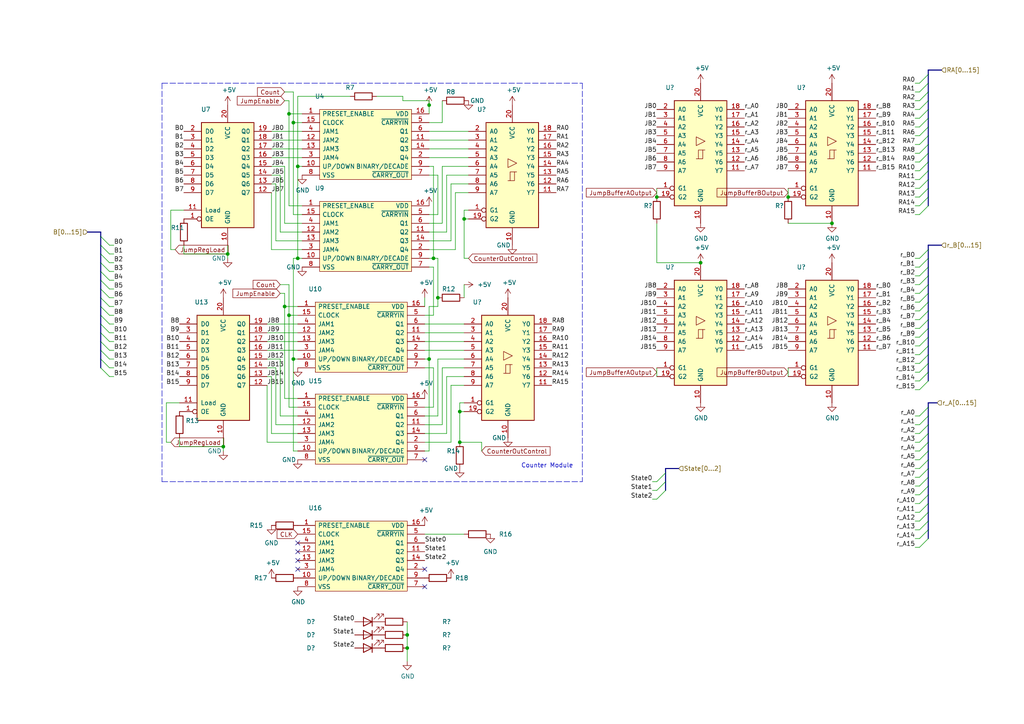
<source format=kicad_sch>
(kicad_sch (version 20211123) (generator eeschema)
  (paper "A4")
  (lib_symbols
    (symbol "74xx:74LS541" (pin_names (offset 1.016))
      (property "Reference" "U" (at -7.62 16.51 0))
      (property "Value" "74LS541" (at -7.62 -16.51 0))
      (symbol "74LS541_1_0"
        (polyline (pts (xy -0.635 -1.6002) (xy -0.635 0.9398) (xy 0.635 0.9398)))
        (polyline (pts (xy -1.27 -1.6002) (xy 0.635 -1.6002) (xy 0.635 0.9398) (xy 1.27 0.9398)))
        (polyline (pts (xy 1.27 3.4798) (xy -1.27 4.7498) (xy -1.27 2.2098) (xy 1.27 3.4798)) (stroke (width 0.1524)))
        (pin input inverted (at -12.7 -10.16 0) (length 5.08) (name "G1") (number "1"))
        (pin power_in line (at 0 -20.32 90) (length 5.08) (name "GND") (number "10"))
        (pin tri_state line (at 12.7 -5.08 180) (length 5.08) (name "Y7") (number "11"))
        (pin tri_state line (at 12.7 -2.54 180) (length 5.08) (name "Y6") (number "12"))
        (pin tri_state line (at 12.7 0 180) (length 5.08) (name "Y5") (number "13"))
        (pin tri_state line (at 12.7 2.54 180) (length 5.08) (name "Y4") (number "14"))
        (pin tri_state line (at 12.7 5.08 180) (length 5.08) (name "Y3") (number "15"))
        (pin tri_state line (at 12.7 7.62 180) (length 5.08) (name "Y2") (number "16"))
        (pin tri_state line (at 12.7 10.16 180) (length 5.08) (name "Y1") (number "17"))
        (pin tri_state line (at 12.7 12.7 180) (length 5.08) (name "Y0") (number "18"))
        (pin input inverted (at -12.7 -12.7 0) (length 5.08) (name "G2") (number "19"))
        (pin input line (at -12.7 12.7 0) (length 5.08) (name "A0") (number "2"))
        (pin power_in line (at 0 20.32 270) (length 5.08) (name "VCC") (number "20"))
        (pin input line (at -12.7 10.16 0) (length 5.08) (name "A1") (number "3"))
        (pin input line (at -12.7 7.62 0) (length 5.08) (name "A2") (number "4"))
        (pin input line (at -12.7 5.08 0) (length 5.08) (name "A3") (number "5"))
        (pin input line (at -12.7 2.54 0) (length 5.08) (name "A4") (number "6"))
        (pin input line (at -12.7 0 0) (length 5.08) (name "A5") (number "7"))
        (pin input line (at -12.7 -2.54 0) (length 5.08) (name "A6") (number "8"))
        (pin input line (at -12.7 -5.08 0) (length 5.08) (name "A7") (number "9"))
      )
      (symbol "74LS541_1_1"
        (rectangle (start -7.62 15.24) (end 7.62 -15.24) (stroke (width 0.254)) (fill (type background)))
      )
    )
    (symbol "Device:LED" (pin_numbers hide) (pin_names (offset 1.016) hide)
      (property "Reference" "D" (at 0 2.54 0))
      (property "Value" "LED" (at 0 -2.54 0))
      (symbol "LED_0_1"
        (polyline (pts (xy -1.27 -1.27) (xy -1.27 1.27)) (stroke (width 0.254)))
        (polyline (pts (xy -1.27 0) (xy 1.27 0)))
        (polyline (pts (xy 1.27 -1.27) (xy 1.27 1.27) (xy -1.27 0) (xy 1.27 -1.27)) (stroke (width 0.254)))
        (polyline (pts (xy -3.048 -0.762) (xy -4.572 -2.286) (xy -3.81 -2.286) (xy -4.572 -2.286) (xy -4.572 -1.524)))
        (polyline (pts (xy -1.778 -0.762) (xy -3.302 -2.286) (xy -2.54 -2.286) (xy -3.302 -2.286) (xy -3.302 -1.524)))
      )
      (symbol "LED_1_1"
        (pin passive line (at -3.81 0 0) (length 2.54) (name "K") (number "1"))
        (pin passive line (at 3.81 0 180) (length 2.54) (name "A") (number "2"))
      )
    )
    (symbol "Device:R" (pin_numbers hide) (pin_names (offset 0))
      (property "Reference" "R" (at 2.032 0 90))
      (property "Value" "R" (at 0 0 90))
      (symbol "R_0_1"
        (rectangle (start -1.016 -2.54) (end 1.016 2.54) (stroke (width 0.254)))
      )
      (symbol "R_1_1"
        (pin passive line (at 0 3.81 270) (length 1.27) (name "~") (number "1"))
        (pin passive line (at 0 -3.81 90) (length 1.27) (name "~") (number "2"))
      )
    )
    (symbol "MAX7000CPU-Gen2_5-rescue:+5V-power-MAX7000CPU-Gen2-rescue" (power) (pin_names (offset 0))
      (property "Value" "+5V-power-MAX7000CPU-Gen2-rescue" (at 0 3.556 0))
      (symbol "+5V-power-MAX7000CPU-Gen2-rescue_0_1"
        (polyline (pts (xy -0.762 1.27) (xy 0 2.54)))
        (polyline (pts (xy 0 0) (xy 0 2.54)))
        (polyline (pts (xy 0 2.54) (xy 0.762 1.27)))
      )
      (symbol "+5V-power-MAX7000CPU-Gen2-rescue_1_1"
        (pin power_in line (at 0 0 90) (length 0) hide (name "+5V") (number "1"))
      )
    )
    (symbol "MAX7000CPU-Gen2_5-rescue:74LS573-74xx-MAX7000CPU-Gen2-rescue" (pin_names (offset 1.016))
      (property "Reference" "U" (at -7.62 16.51 0))
      (property "Value" "74LS573-74xx-MAX7000CPU-Gen2-rescue" (at -7.62 -16.51 0))
      (symbol "74LS573-74xx-MAX7000CPU-Gen2-rescue_1_0"
        (pin input inverted (at -12.7 -12.7 0) (length 5.08) (name "OE") (number "1"))
        (pin power_in line (at 0 -20.32 90) (length 5.08) (name "GND") (number "10"))
        (pin input line (at -12.7 -10.16 0) (length 5.08) (name "Load") (number "11"))
        (pin tri_state line (at 12.7 -5.08 180) (length 5.08) (name "Q7") (number "12"))
        (pin tri_state line (at 12.7 -2.54 180) (length 5.08) (name "Q6") (number "13"))
        (pin tri_state line (at 12.7 0 180) (length 5.08) (name "Q5") (number "14"))
        (pin tri_state line (at 12.7 2.54 180) (length 5.08) (name "Q4") (number "15"))
        (pin tri_state line (at 12.7 5.08 180) (length 5.08) (name "Q3") (number "16"))
        (pin tri_state line (at 12.7 7.62 180) (length 5.08) (name "Q2") (number "17"))
        (pin tri_state line (at 12.7 10.16 180) (length 5.08) (name "Q1") (number "18"))
        (pin tri_state line (at 12.7 12.7 180) (length 5.08) (name "Q0") (number "19"))
        (pin input line (at -12.7 12.7 0) (length 5.08) (name "D0") (number "2"))
        (pin power_in line (at 0 20.32 270) (length 5.08) (name "VCC") (number "20"))
        (pin input line (at -12.7 10.16 0) (length 5.08) (name "D1") (number "3"))
        (pin input line (at -12.7 7.62 0) (length 5.08) (name "D2") (number "4"))
        (pin input line (at -12.7 5.08 0) (length 5.08) (name "D3") (number "5"))
        (pin input line (at -12.7 2.54 0) (length 5.08) (name "D4") (number "6"))
        (pin input line (at -12.7 0 0) (length 5.08) (name "D5") (number "7"))
        (pin input line (at -12.7 -2.54 0) (length 5.08) (name "D6") (number "8"))
        (pin input line (at -12.7 -5.08 0) (length 5.08) (name "D7") (number "9"))
      )
      (symbol "74LS573-74xx-MAX7000CPU-Gen2-rescue_1_1"
        (rectangle (start -7.62 15.24) (end 7.62 -15.24) (stroke (width 0.254)) (fill (type background)))
      )
    )
    (symbol "MAX7000CPU-Gen2_5-rescue:CD4029BEE4-CPU_ics" (pin_names (offset 0.762))
      (property "Reference" "U" (at 5.08 5.08 0))
      (property "Value" "CD4029BEE4-CPU_ics" (at 5.08 2.54 0))
      (symbol "CD4029BEE4-CPU_ics_0_0"
        (pin passive line (at 0 0 0) (length 5.08) (name "PRESET_ENABLE") (number "1"))
        (pin passive line (at 0 -15.24 0) (length 5.08) (name "UP/DOWN") (number "10"))
        (pin passive line (at 36.83 -7.62 180) (length 5.08) (name "Q2") (number "11"))
        (pin passive line (at 0 -7.62 0) (length 5.08) (name "JAM2") (number "12"))
        (pin passive line (at 0 -10.16 0) (length 5.08) (name "JAM3") (number "13"))
        (pin passive line (at 36.83 -10.16 180) (length 5.08) (name "Q3") (number "14"))
        (pin passive line (at 0 -2.54 0) (length 5.08) (name "CLOCK") (number "15"))
        (pin passive line (at 36.83 0 180) (length 5.08) (name "VDD") (number "16"))
        (pin passive line (at 36.83 -12.7 180) (length 5.08) (name "Q4") (number "2"))
        (pin passive line (at 0 -12.7 0) (length 5.08) (name "JAM4") (number "3"))
        (pin passive line (at 0 -5.08 0) (length 5.08) (name "JAM1") (number "4"))
        (pin passive line (at 36.83 -2.54 180) (length 5.08) (name "~{CARRYIN}") (number "5"))
        (pin passive line (at 36.83 -5.08 180) (length 5.08) (name "Q1") (number "6"))
        (pin passive line (at 36.83 -17.78 180) (length 5.08) (name "~{CARRY_OUT}") (number "7"))
        (pin passive line (at 0 -17.78 0) (length 5.08) (name "VSS") (number "8"))
        (pin passive line (at 36.83 -15.24 180) (length 5.08) (name "BINARY/DECADE") (number "9"))
      )
      (symbol "CD4029BEE4-CPU_ics_0_1"
        (rectangle (start 5.08 1.27) (end 31.75 -19.05) (fill (type background)))
      )
    )
    (symbol "MAX7000CPU-Gen2_5-rescue:GND-power-MAX7000CPU-Gen2-rescue" (power) (pin_names (offset 0))
      (property "Value" "GND-power-MAX7000CPU-Gen2-rescue" (at 0 -3.81 0))
      (symbol "GND-power-MAX7000CPU-Gen2-rescue_0_1"
        (polyline (pts (xy 0 0) (xy 0 -1.27) (xy 1.27 -1.27) (xy 0 -2.54) (xy -1.27 -1.27) (xy 0 -1.27)))
      )
      (symbol "GND-power-MAX7000CPU-Gen2-rescue_1_1"
        (pin power_in line (at 0 0 270) (length 0) hide (name "GND") (number "1"))
      )
    )
    (symbol "MAX7000CPU-Gen2_5-rescue:R-Device-MAX7000CPU-Gen2-rescue" (pin_numbers hide) (pin_names (offset 0))
      (property "Reference" "R" (at 2.032 0 90))
      (property "Value" "R-Device-MAX7000CPU-Gen2-rescue" (at 0 0 90))
      (symbol "R-Device-MAX7000CPU-Gen2-rescue_0_1"
        (rectangle (start -1.016 -2.54) (end 1.016 2.54) (stroke (width 0.254)))
      )
      (symbol "R-Device-MAX7000CPU-Gen2-rescue_1_1"
        (pin passive line (at 0 3.81 270) (length 1.27) (name "~") (number "1"))
        (pin passive line (at 0 -3.81 90) (length 1.27) (name "~") (number "2"))
      )
    )
    (symbol "power:+5V" (power) (pin_names (offset 0))
      (property "Value" "+5V" (at 0 3.556 0))
      (symbol "+5V_0_1"
        (polyline (pts (xy -0.762 1.27) (xy 0 2.54)))
        (polyline (pts (xy 0 0) (xy 0 2.54)))
        (polyline (pts (xy 0 2.54) (xy 0.762 1.27)))
      )
      (symbol "+5V_1_1"
        (pin power_in line (at 0 0 90) (length 0) hide (name "+5V") (number "1"))
      )
    )
    (symbol "power:GND" (power) (pin_names (offset 0))
      (property "Value" "GND" (at 0 -3.81 0))
      (symbol "GND_0_1"
        (polyline (pts (xy 0 0) (xy 0 -1.27) (xy 1.27 -1.27) (xy 0 -2.54) (xy -1.27 -1.27) (xy 0 -1.27)))
      )
      (symbol "GND_1_1"
        (pin power_in line (at 0 0 270) (length 0) hide (name "GND") (number "1"))
      )
    )
  )
  (junction (at 66.04 73.66))
  (junction (at 124.46 30.48))
  (junction (at 85.09 104.14))
  (junction (at 83.82 33.02))
  (junction (at 133.35 128.27))
  (junction (at 127 86.36))
  (junction (at 118.11 187.96))
  (junction (at 190.5 57.15))
  (junction (at 86.36 74.93))
  (junction (at 124.46 104.14))
  (junction (at 83.82 91.44))
  (junction (at 228.6 57.15))
  (junction (at 82.55 88.9))
  (junction (at 64.77 129.54))
  (junction (at 134.62 63.5))
  (junction (at 133.35 119.38))
  (junction (at 118.11 184.15))
  (junction (at 241.3 64.77))
  (junction (at 86.36 48.26))
  (junction (at 125.73 74.93))
  (junction (at 203.2 76.2))
  (junction (at 85.09 35.56))
  (no_connect (at 86.36 160.02))
  (no_connect (at 86.36 165.1))
  (no_connect (at 123.19 170.18))
  (no_connect (at 86.36 162.56))
  (no_connect (at 86.36 157.48))
  (no_connect (at 123.19 165.1))
  (no_connect (at 123.19 133.35))
  (bus_entry (at 29.21 71.12) (size 2.54 2.54))
  (bus_entry (at 269.24 82.55) (size -2.54 2.54))
  (bus_entry (at 269.24 31.75) (size -2.54 2.54))
  (bus_entry (at 269.24 21.59) (size -2.54 2.54))
  (bus_entry (at 269.24 44.45) (size -2.54 2.54))
  (bus_entry (at 29.21 91.44) (size 2.54 2.54))
  (bus_entry (at 269.24 156.21) (size -2.54 2.54))
  (bus_entry (at 269.24 107.95) (size -2.54 2.54))
  (bus_entry (at 269.24 29.21) (size -2.54 2.54))
  (bus_entry (at 269.24 39.37) (size -2.54 2.54))
  (bus_entry (at 29.21 81.28) (size 2.54 2.54))
  (bus_entry (at 269.24 26.67) (size -2.54 2.54))
  (bus_entry (at 29.21 88.9) (size 2.54 2.54))
  (bus_entry (at 193.04 139.7) (size -2.54 2.54))
  (bus_entry (at 29.21 86.36) (size 2.54 2.54))
  (bus_entry (at 269.24 77.47) (size -2.54 2.54))
  (bus_entry (at 269.24 24.13) (size -2.54 2.54))
  (bus_entry (at 269.24 125.73) (size -2.54 2.54))
  (bus_entry (at 269.24 95.25) (size -2.54 2.54))
  (bus_entry (at 269.24 151.13) (size -2.54 2.54))
  (bus_entry (at 269.24 80.01) (size -2.54 2.54))
  (bus_entry (at 269.24 90.17) (size -2.54 2.54))
  (bus_entry (at 269.24 85.09) (size -2.54 2.54))
  (bus_entry (at 269.24 146.05) (size -2.54 2.54))
  (bus_entry (at 269.24 57.15) (size -2.54 2.54))
  (bus_entry (at 269.24 143.51) (size -2.54 2.54))
  (bus_entry (at 269.24 135.89) (size -2.54 2.54))
  (bus_entry (at 269.24 49.53) (size -2.54 2.54))
  (bus_entry (at 269.24 59.69) (size -2.54 2.54))
  (bus_entry (at 269.24 153.67) (size -2.54 2.54))
  (bus_entry (at 269.24 128.27) (size -2.54 2.54))
  (bus_entry (at 269.24 54.61) (size -2.54 2.54))
  (bus_entry (at 269.24 118.11) (size -2.54 2.54))
  (bus_entry (at 269.24 102.87) (size -2.54 2.54))
  (bus_entry (at 29.21 73.66) (size 2.54 2.54))
  (bus_entry (at 269.24 123.19) (size -2.54 2.54))
  (bus_entry (at 269.24 97.79) (size -2.54 2.54))
  (bus_entry (at 269.24 130.81) (size -2.54 2.54))
  (bus_entry (at 269.24 87.63) (size -2.54 2.54))
  (bus_entry (at 269.24 41.91) (size -2.54 2.54))
  (bus_entry (at 269.24 120.65) (size -2.54 2.54))
  (bus_entry (at 269.24 92.71) (size -2.54 2.54))
  (bus_entry (at 29.21 96.52) (size 2.54 2.54))
  (bus_entry (at 269.24 72.39) (size -2.54 2.54))
  (bus_entry (at 269.24 100.33) (size -2.54 2.54))
  (bus_entry (at 269.24 148.59) (size -2.54 2.54))
  (bus_entry (at 269.24 46.99) (size -2.54 2.54))
  (bus_entry (at 193.04 137.16) (size -2.54 2.54))
  (bus_entry (at 269.24 36.83) (size -2.54 2.54))
  (bus_entry (at 269.24 74.93) (size -2.54 2.54))
  (bus_entry (at 269.24 138.43) (size -2.54 2.54))
  (bus_entry (at 29.21 76.2) (size 2.54 2.54))
  (bus_entry (at 269.24 52.07) (size -2.54 2.54))
  (bus_entry (at 269.24 133.35) (size -2.54 2.54))
  (bus_entry (at 269.24 105.41) (size -2.54 2.54))
  (bus_entry (at 29.21 104.14) (size 2.54 2.54))
  (bus_entry (at 29.21 99.06) (size 2.54 2.54))
  (bus_entry (at 193.04 142.24) (size -2.54 2.54))
  (bus_entry (at 29.21 83.82) (size 2.54 2.54))
  (bus_entry (at 269.24 140.97) (size -2.54 2.54))
  (bus_entry (at 269.24 110.49) (size -2.54 2.54))
  (bus_entry (at 29.21 101.6) (size 2.54 2.54))
  (bus_entry (at 29.21 68.58) (size 2.54 2.54))
  (bus_entry (at 29.21 78.74) (size 2.54 2.54))
  (bus_entry (at 29.21 93.98) (size 2.54 2.54))
  (bus_entry (at 29.21 106.68) (size 2.54 2.54))
  (bus_entry (at 269.24 34.29) (size -2.54 2.54))
  (wire (pts (xy 123.19 99.06) (xy 134.62 99.06)))
  (bus (pts (xy 269.24 82.55) (xy 269.24 85.09)))
  (wire (pts (xy 266.7 52.07) (xy 265.43 52.07)))
  (wire (pts (xy 48.26 116.84) (xy 52.07 116.84)))
  (bus (pts (xy 269.24 133.35) (xy 269.24 135.89)))
  (wire (pts (xy 124.46 50.8) (xy 127 50.8)))
  (wire (pts (xy 78.74 72.39) (xy 87.63 72.39)))
  (bus (pts (xy 29.21 93.98) (xy 29.21 96.52)))
  (bus (pts (xy 29.21 88.9) (xy 29.21 91.44)))
  (bus (pts (xy 29.21 101.6) (xy 29.21 104.14)))
  (wire (pts (xy 123.19 154.94) (xy 134.62 154.94)))
  (wire (pts (xy 31.75 71.12) (xy 33.02 71.12)))
  (bus (pts (xy 269.24 41.91) (xy 269.24 44.45)))
  (bus (pts (xy 269.24 105.41) (xy 269.24 107.95)))
  (wire (pts (xy 83.82 91.44) (xy 83.82 82.55)))
  (bus (pts (xy 269.24 31.75) (xy 269.24 34.29)))
  (wire (pts (xy 31.75 101.6) (xy 33.02 101.6)))
  (wire (pts (xy 266.7 90.17) (xy 265.43 90.17)))
  (wire (pts (xy 124.46 48.26) (xy 125.73 48.26)))
  (wire (pts (xy 134.62 74.93) (xy 135.89 74.93)))
  (bus (pts (xy 269.24 118.11) (xy 269.24 120.65)))
  (wire (pts (xy 130.81 111.76) (xy 134.62 111.76)))
  (wire (pts (xy 82.55 88.9) (xy 86.36 88.9)))
  (wire (pts (xy 266.7 100.33) (xy 265.43 100.33)))
  (wire (pts (xy 266.7 123.19) (xy 265.43 123.19)))
  (wire (pts (xy 129.54 109.22) (xy 134.62 109.22)))
  (wire (pts (xy 124.46 74.93) (xy 125.73 74.93)))
  (wire (pts (xy 123.19 88.9) (xy 123.19 86.36)))
  (wire (pts (xy 80.01 69.85) (xy 87.63 69.85)))
  (wire (pts (xy 49.53 60.96) (xy 49.53 72.39)))
  (wire (pts (xy 134.62 60.96) (xy 134.62 63.5)))
  (bus (pts (xy 269.24 72.39) (xy 269.24 74.93)))
  (bus (pts (xy 273.05 71.12) (xy 269.24 71.12)))
  (wire (pts (xy 77.47 128.27) (xy 77.47 111.76)))
  (wire (pts (xy 266.7 102.87) (xy 265.43 102.87)))
  (wire (pts (xy 123.19 130.81) (xy 124.46 130.81)))
  (wire (pts (xy 82.55 85.09) (xy 81.28 85.09)))
  (wire (pts (xy 118.11 180.34) (xy 118.11 184.15)))
  (wire (pts (xy 266.7 110.49) (xy 265.43 110.49)))
  (wire (pts (xy 266.7 26.67) (xy 265.43 26.67)))
  (bus (pts (xy 269.24 77.47) (xy 269.24 80.01)))
  (wire (pts (xy 123.19 125.73) (xy 129.54 125.73)))
  (wire (pts (xy 64.77 129.54) (xy 64.77 130.81)))
  (bus (pts (xy 29.21 78.74) (xy 29.21 81.28)))
  (wire (pts (xy 266.7 105.41) (xy 265.43 105.41)))
  (wire (pts (xy 124.46 67.31) (xy 129.54 67.31)))
  (wire (pts (xy 128.27 106.68) (xy 134.62 106.68)))
  (wire (pts (xy 85.09 74.93) (xy 85.09 104.14)))
  (wire (pts (xy 129.54 67.31) (xy 129.54 50.8)))
  (bus (pts (xy 269.24 107.95) (xy 269.24 110.49)))
  (wire (pts (xy 266.7 24.13) (xy 265.43 24.13)))
  (wire (pts (xy 266.7 59.69) (xy 265.43 59.69)))
  (bus (pts (xy 269.24 26.67) (xy 269.24 29.21)))
  (wire (pts (xy 78.74 45.72) (xy 87.63 45.72)))
  (wire (pts (xy 266.7 143.51) (xy 265.43 143.51)))
  (wire (pts (xy 124.46 38.1) (xy 135.89 38.1)))
  (bus (pts (xy 269.24 140.97) (xy 269.24 143.51)))
  (wire (pts (xy 266.7 120.65) (xy 265.43 120.65)))
  (wire (pts (xy 78.74 72.39) (xy 78.74 55.88)))
  (bus (pts (xy 269.24 153.67) (xy 269.24 156.21)))
  (wire (pts (xy 266.7 138.43) (xy 265.43 138.43)))
  (bus (pts (xy 269.24 130.81) (xy 269.24 133.35)))
  (wire (pts (xy 124.46 69.85) (xy 130.81 69.85)))
  (wire (pts (xy 228.6 54.61) (xy 228.6 57.15)))
  (wire (pts (xy 130.81 53.34) (xy 135.89 53.34)))
  (wire (pts (xy 123.19 104.14) (xy 124.46 104.14)))
  (bus (pts (xy 269.24 85.09) (xy 269.24 87.63)))
  (wire (pts (xy 31.75 76.2) (xy 33.02 76.2)))
  (bus (pts (xy 196.85 135.89) (xy 193.04 135.89)))
  (wire (pts (xy 266.7 146.05) (xy 265.43 146.05)))
  (wire (pts (xy 124.46 45.72) (xy 135.89 45.72)))
  (wire (pts (xy 116.84 27.94) (xy 116.84 29.21)))
  (wire (pts (xy 31.75 81.28) (xy 33.02 81.28)))
  (wire (pts (xy 31.75 88.9) (xy 33.02 88.9)))
  (wire (pts (xy 135.89 60.96) (xy 134.62 60.96)))
  (bus (pts (xy 269.24 39.37) (xy 269.24 41.91)))
  (wire (pts (xy 130.81 69.85) (xy 130.81 53.34)))
  (bus (pts (xy 29.21 96.52) (xy 29.21 99.06)))
  (wire (pts (xy 66.04 73.66) (xy 66.04 74.93)))
  (wire (pts (xy 77.47 93.98) (xy 86.36 93.98)))
  (wire (pts (xy 124.46 40.64) (xy 135.89 40.64)))
  (wire (pts (xy 86.36 48.26) (xy 86.36 74.93)))
  (wire (pts (xy 266.7 97.79) (xy 265.43 97.79)))
  (bus (pts (xy 29.21 76.2) (xy 29.21 78.74)))
  (wire (pts (xy 78.74 125.73) (xy 86.36 125.73)))
  (wire (pts (xy 266.7 128.27) (xy 265.43 128.27)))
  (bus (pts (xy 193.04 137.16) (xy 193.04 139.7)))
  (wire (pts (xy 78.74 109.22) (xy 78.74 125.73)))
  (bus (pts (xy 29.21 67.31) (xy 29.21 68.58)))
  (wire (pts (xy 78.74 48.26) (xy 82.55 48.26)))
  (wire (pts (xy 266.7 36.83) (xy 265.43 36.83)))
  (wire (pts (xy 31.75 83.82) (xy 33.02 83.82)))
  (wire (pts (xy 31.75 93.98) (xy 33.02 93.98)))
  (wire (pts (xy 124.46 43.18) (xy 135.89 43.18)))
  (wire (pts (xy 81.28 120.65) (xy 86.36 120.65)))
  (wire (pts (xy 86.36 130.81) (xy 85.09 130.81)))
  (wire (pts (xy 134.62 116.84) (xy 133.35 116.84)))
  (wire (pts (xy 190.5 139.7) (xy 189.23 139.7)))
  (bus (pts (xy 269.24 46.99) (xy 269.24 49.53)))
  (wire (pts (xy 82.55 48.26) (xy 82.55 64.77)))
  (wire (pts (xy 80.01 53.34) (xy 78.74 53.34)))
  (wire (pts (xy 266.7 125.73) (xy 265.43 125.73)))
  (wire (pts (xy 124.46 64.77) (xy 128.27 64.77)))
  (wire (pts (xy 116.84 29.21) (xy 124.46 29.21)))
  (wire (pts (xy 266.7 49.53) (xy 265.43 49.53)))
  (wire (pts (xy 190.5 76.2) (xy 203.2 76.2)))
  (wire (pts (xy 266.7 44.45) (xy 265.43 44.45)))
  (wire (pts (xy 228.6 106.68) (xy 228.6 109.22)))
  (bus (pts (xy 25.4 67.31) (xy 29.21 67.31)))
  (wire (pts (xy 129.54 50.8) (xy 135.89 50.8)))
  (wire (pts (xy 127 86.36) (xy 127 88.9)))
  (wire (pts (xy 124.46 77.47) (xy 125.73 77.47)))
  (wire (pts (xy 133.35 119.38) (xy 133.35 128.27)))
  (wire (pts (xy 134.62 63.5) (xy 134.62 74.93)))
  (bus (pts (xy 269.24 90.17) (xy 269.24 92.71)))
  (bus (pts (xy 29.21 91.44) (xy 29.21 93.98)))
  (wire (pts (xy 85.09 35.56) (xy 85.09 26.67)))
  (wire (pts (xy 266.7 41.91) (xy 265.43 41.91)))
  (wire (pts (xy 139.7 128.27) (xy 139.7 130.81)))
  (wire (pts (xy 266.7 34.29) (xy 265.43 34.29)))
  (bus (pts (xy 29.21 83.82) (xy 29.21 86.36)))
  (bus (pts (xy 269.24 24.13) (xy 269.24 26.67)))
  (wire (pts (xy 125.73 74.93) (xy 127 74.93)))
  (wire (pts (xy 190.5 144.78) (xy 189.23 144.78)))
  (wire (pts (xy 87.63 62.23) (xy 85.09 62.23)))
  (wire (pts (xy 266.7 148.59) (xy 265.43 148.59)))
  (wire (pts (xy 266.7 133.35) (xy 265.43 133.35)))
  (bus (pts (xy 269.24 20.32) (xy 269.24 21.59)))
  (wire (pts (xy 190.5 64.77) (xy 190.5 76.2)))
  (wire (pts (xy 77.47 101.6) (xy 86.36 101.6)))
  (wire (pts (xy 118.11 184.15) (xy 118.11 187.96)))
  (wire (pts (xy 266.7 85.09) (xy 265.43 85.09)))
  (bus (pts (xy 269.24 71.12) (xy 269.24 72.39)))
  (bus (pts (xy 269.24 44.45) (xy 269.24 46.99)))
  (wire (pts (xy 125.73 118.11) (xy 123.19 118.11)))
  (wire (pts (xy 78.74 43.18) (xy 87.63 43.18)))
  (wire (pts (xy 49.53 60.96) (xy 53.34 60.96)))
  (wire (pts (xy 123.19 93.98) (xy 134.62 93.98)))
  (wire (pts (xy 85.09 26.67) (xy 82.55 26.67)))
  (wire (pts (xy 125.73 106.68) (xy 125.73 118.11)))
  (wire (pts (xy 85.09 62.23) (xy 85.09 35.56)))
  (wire (pts (xy 125.73 77.47) (xy 125.73 91.44)))
  (wire (pts (xy 266.7 29.21) (xy 265.43 29.21)))
  (wire (pts (xy 81.28 50.8) (xy 78.74 50.8)))
  (wire (pts (xy 86.36 27.94) (xy 101.6 27.94)))
  (wire (pts (xy 81.28 67.31) (xy 87.63 67.31)))
  (bus (pts (xy 269.24 74.93) (xy 269.24 77.47)))
  (wire (pts (xy 266.7 158.75) (xy 265.43 158.75)))
  (wire (pts (xy 80.01 106.68) (xy 77.47 106.68)))
  (bus (pts (xy 269.24 125.73) (xy 269.24 128.27)))
  (wire (pts (xy 83.82 33.02) (xy 83.82 29.21)))
  (bus (pts (xy 273.05 20.32) (xy 269.24 20.32)))
  (bus (pts (xy 269.24 100.33) (xy 269.24 102.87)))
  (wire (pts (xy 86.36 118.11) (xy 83.82 118.11)))
  (wire (pts (xy 52.07 127) (xy 52.07 129.54)))
  (bus (pts (xy 269.24 138.43) (xy 269.24 140.97)))
  (wire (pts (xy 128.27 123.19) (xy 128.27 106.68)))
  (wire (pts (xy 266.7 130.81) (xy 265.43 130.81)))
  (bus (pts (xy 193.04 135.89) (xy 193.04 137.16)))
  (wire (pts (xy 266.7 140.97) (xy 265.43 140.97)))
  (bus (pts (xy 269.24 143.51) (xy 269.24 146.05)))
  (wire (pts (xy 266.7 31.75) (xy 265.43 31.75)))
  (wire (pts (xy 77.47 104.14) (xy 81.28 104.14)))
  (wire (pts (xy 123.19 120.65) (xy 127 120.65)))
  (wire (pts (xy 77.47 96.52) (xy 86.36 96.52)))
  (wire (pts (xy 133.35 116.84) (xy 133.35 119.38)))
  (bus (pts (xy 269.24 120.65) (xy 269.24 123.19)))
  (wire (pts (xy 228.6 64.77) (xy 241.3 64.77)))
  (wire (pts (xy 266.7 57.15) (xy 265.43 57.15)))
  (wire (pts (xy 31.75 73.66) (xy 33.02 73.66)))
  (wire (pts (xy 31.75 86.36) (xy 33.02 86.36)))
  (bus (pts (xy 29.21 99.06) (xy 29.21 101.6)))
  (wire (pts (xy 124.46 104.14) (xy 124.46 88.9)))
  (wire (pts (xy 31.75 78.74) (xy 33.02 78.74)))
  (bus (pts (xy 269.24 49.53) (xy 269.24 52.07)))
  (bus (pts (xy 269.24 92.71) (xy 269.24 95.25)))
  (wire (pts (xy 83.82 29.21) (xy 82.55 29.21)))
  (wire (pts (xy 127 104.14) (xy 134.62 104.14)))
  (wire (pts (xy 80.01 53.34) (xy 80.01 69.85)))
  (wire (pts (xy 128.27 64.77) (xy 128.27 48.26)))
  (wire (pts (xy 66.04 71.12) (xy 66.04 73.66)))
  (bus (pts (xy 29.21 73.66) (xy 29.21 76.2)))
  (wire (pts (xy 83.82 59.69) (xy 83.82 33.02)))
  (wire (pts (xy 85.09 104.14) (xy 85.09 130.81)))
  (wire (pts (xy 77.47 128.27) (xy 86.36 128.27)))
  (wire (pts (xy 127 50.8) (xy 127 62.23)))
  (wire (pts (xy 86.36 27.94) (xy 86.36 48.26)))
  (wire (pts (xy 83.82 91.44) (xy 86.36 91.44)))
  (wire (pts (xy 124.46 29.21) (xy 124.46 30.48)))
  (wire (pts (xy 78.74 109.22) (xy 77.47 109.22)))
  (wire (pts (xy 83.82 82.55) (xy 81.28 82.55)))
  (wire (pts (xy 81.28 104.14) (xy 81.28 120.65)))
  (bus (pts (xy 29.21 81.28) (xy 29.21 83.82)))
  (wire (pts (xy 87.63 59.69) (xy 83.82 59.69)))
  (wire (pts (xy 78.74 40.64) (xy 87.63 40.64)))
  (bus (pts (xy 269.24 102.87) (xy 269.24 105.41)))
  (bus (pts (xy 269.24 116.84) (xy 271.78 116.84)))
  (bus (pts (xy 269.24 21.59) (xy 269.24 24.13)))
  (wire (pts (xy 133.35 128.27) (xy 139.7 128.27)))
  (wire (pts (xy 78.74 38.1) (xy 87.63 38.1)))
  (bus (pts (xy 269.24 97.79) (xy 269.24 100.33)))
  (bus (pts (xy 269.24 34.29) (xy 269.24 36.83)))
  (wire (pts (xy 266.7 62.23) (xy 265.43 62.23)))
  (wire (pts (xy 123.19 96.52) (xy 134.62 96.52)))
  (wire (pts (xy 190.5 106.68) (xy 190.5 109.22)))
  (wire (pts (xy 80.01 123.19) (xy 86.36 123.19)))
  (wire (pts (xy 123.19 123.19) (xy 128.27 123.19)))
  (bus (pts (xy 269.24 87.63) (xy 269.24 90.17)))
  (wire (pts (xy 31.75 96.52) (xy 33.02 96.52)))
  (polyline (pts (xy 46.99 24.13) (xy 46.99 139.7)))
  (wire (pts (xy 266.7 54.61) (xy 265.43 54.61)))
  (wire (pts (xy 130.81 128.27) (xy 130.81 111.76)))
  (wire (pts (xy 123.19 106.68) (xy 125.73 106.68)))
  (wire (pts (xy 128.27 29.21) (xy 128.27 35.56)))
  (wire (pts (xy 266.7 87.63) (xy 265.43 87.63)))
  (wire (pts (xy 118.11 187.96) (xy 118.11 191.77)))
  (wire (pts (xy 80.01 106.68) (xy 80.01 123.19)))
  (wire (pts (xy 266.7 74.93) (xy 265.43 74.93)))
  (wire (pts (xy 77.47 99.06) (xy 86.36 99.06)))
  (bus (pts (xy 29.21 104.14) (xy 29.21 106.68)))
  (bus (pts (xy 269.24 80.01) (xy 269.24 82.55)))
  (wire (pts (xy 123.19 128.27) (xy 130.81 128.27)))
  (bus (pts (xy 269.24 95.25) (xy 269.24 97.79)))
  (bus (pts (xy 269.24 57.15) (xy 269.24 59.69)))
  (wire (pts (xy 134.62 86.36) (xy 134.62 82.55)))
  (bus (pts (xy 269.24 36.83) (xy 269.24 39.37)))
  (wire (pts (xy 85.09 74.93) (xy 86.36 74.93)))
  (wire (pts (xy 123.19 101.6) (xy 134.62 101.6)))
  (bus (pts (xy 269.24 151.13) (xy 269.24 153.67)))
  (bus (pts (xy 193.04 139.7) (xy 193.04 142.24)))
  (wire (pts (xy 266.7 156.21) (xy 265.43 156.21)))
  (bus (pts (xy 269.24 52.07) (xy 269.24 54.61)))
  (wire (pts (xy 82.55 88.9) (xy 82.55 85.09)))
  (wire (pts (xy 31.75 109.22) (xy 33.02 109.22)))
  (wire (pts (xy 266.7 151.13) (xy 265.43 151.13)))
  (wire (pts (xy 266.7 92.71) (xy 265.43 92.71)))
  (wire (pts (xy 124.46 35.56) (xy 128.27 35.56)))
  (wire (pts (xy 135.89 63.5) (xy 134.62 63.5)))
  (bus (pts (xy 269.24 54.61) (xy 269.24 57.15)))
  (wire (pts (xy 31.75 99.06) (xy 33.02 99.06)))
  (bus (pts (xy 269.24 116.84) (xy 269.24 118.11)))
  (wire (pts (xy 87.63 74.93) (xy 86.36 74.93)))
  (wire (pts (xy 48.26 128.27) (xy 49.53 128.27)))
  (wire (pts (xy 127 74.93) (xy 127 86.36)))
  (wire (pts (xy 190.5 54.61) (xy 190.5 57.15)))
  (wire (pts (xy 49.53 72.39) (xy 50.8 72.39)))
  (polyline (pts (xy 46.99 139.7) (xy 168.91 139.7)))
  (bus (pts (xy 29.21 71.12) (xy 29.21 73.66)))
  (bus (pts (xy 269.24 146.05) (xy 269.24 148.59)))
  (bus (pts (xy 269.24 29.21) (xy 269.24 31.75)))
  (wire (pts (xy 124.46 72.39) (xy 132.08 72.39)))
  (wire (pts (xy 266.7 95.25) (xy 265.43 95.25)))
  (wire (pts (xy 81.28 50.8) (xy 81.28 67.31)))
  (bus (pts (xy 29.21 86.36) (xy 29.21 88.9)))
  (wire (pts (xy 53.34 71.12) (xy 53.34 73.66)))
  (wire (pts (xy 266.7 82.55) (xy 265.43 82.55)))
  (wire (pts (xy 190.5 142.24) (xy 189.23 142.24)))
  (wire (pts (xy 129.54 125.73) (xy 129.54 109.22)))
  (wire (pts (xy 83.82 118.11) (xy 83.82 91.44)))
  (wire (pts (xy 127 62.23) (xy 124.46 62.23)))
  (wire (pts (xy 83.82 33.02) (xy 87.63 33.02)))
  (wire (pts (xy 128.27 48.26) (xy 135.89 48.26)))
  (wire (pts (xy 31.75 91.44) (xy 33.02 91.44)))
  (bus (pts (xy 269.24 135.89) (xy 269.24 138.43)))
  (wire (pts (xy 266.7 46.99) (xy 265.43 46.99)))
  (wire (pts (xy 48.26 116.84) (xy 48.26 128.27)))
  (wire (pts (xy 132.08 72.39) (xy 132.08 55.88)))
  (wire (pts (xy 124.46 33.02) (xy 124.46 30.48)))
  (wire (pts (xy 132.08 55.88) (xy 135.89 55.88)))
  (wire (pts (xy 266.7 77.47) (xy 265.43 77.47)))
  (wire (pts (xy 85.09 35.56) (xy 87.63 35.56)))
  (wire (pts (xy 266.7 39.37) (xy 265.43 39.37)))
  (wire (pts (xy 82.55 64.77) (xy 87.63 64.77)))
  (wire (pts (xy 125.73 91.44) (xy 123.19 91.44)))
  (bus (pts (xy 269.24 148.59) (xy 269.24 151.13)))
  (wire (pts (xy 82.55 115.57) (xy 82.55 88.9)))
  (wire (pts (xy 86.36 115.57) (xy 82.55 115.57)))
  (bus (pts (xy 29.21 68.58) (xy 29.21 71.12)))
  (wire (pts (xy 52.07 129.54) (xy 64.77 129.54)))
  (wire (pts (xy 109.22 27.94) (xy 116.84 27.94)))
  (wire (pts (xy 266.7 107.95) (xy 265.43 107.95)))
  (wire (pts (xy 127 88.9) (xy 124.46 88.9)))
  (bus (pts (xy 269.24 123.19) (xy 269.24 125.73)))
  (wire (pts (xy 31.75 106.68) (xy 33.02 106.68)))
  (wire (pts (xy 266.7 113.03) (xy 265.43 113.03)))
  (polyline (pts (xy 46.99 24.13) (xy 168.91 24.13)))
  (wire (pts (xy 266.7 80.01) (xy 265.43 80.01)))
  (polyline (pts (xy 168.91 24.13) (xy 168.91 139.7)))
  (wire (pts (xy 124.46 104.14) (xy 124.46 130.81)))
  (bus (pts (xy 269.24 128.27) (xy 269.24 130.81)))
  (wire (pts (xy 134.62 119.38) (xy 133.35 119.38)))
  (wire (pts (xy 31.75 104.14) (xy 33.02 104.14)))
  (wire (pts (xy 125.73 48.26) (xy 125.73 74.93)))
  (wire (pts (xy 53.34 73.66) (xy 66.04 73.66)))
  (wire (pts (xy 64.77 127) (xy 64.77 129.54)))
  (wire (pts (xy 266.7 135.89) (xy 265.43 135.89)))
  (wire (pts (xy 87.63 48.26) (xy 86.36 48.26)))
  (wire (pts (xy 266.7 153.67) (xy 265.43 153.67)))
  (wire (pts (xy 86.36 104.14) (xy 85.09 104.14)))
  (wire (pts (xy 127 120.65) (xy 127 104.14)))
  (text "Counter Module" (at 151.13 135.89 0) (effects (font (size 1.27 1.27)) (justify left bottom)))
  (label "RA10" (at 265.43 49.53 180))
  (label "RA12" (at 265.43 54.61 180))
  (label "B1" (at 33.02 73.66 0))
  (label "B7" (at 33.02 88.9 0))
  (label "B7" (at 53.34 55.88 180))
  (label "r_B15" (at 254 49.53 0))
  (label "r_B15" (at 265.43 113.03 180))
  (label "r_B4" (at 254 93.98 0))
  (label "RA9" (at 160.02 96.52 0))
  (label "r_A12" (at 215.9 93.98 0))
  (label "JB3" (at 228.6 39.37 180))
  (label "r_B7" (at 265.43 92.71 180))
  (label "B10" (at 33.02 96.52 0))
  (label "r_B9" (at 254 34.29 0))
  (label "r_A1" (at 265.43 123.19 180))
  (label "r_A15" (at 265.43 158.75 180))
  (label "r_B2" (at 254 88.9 0))
  (label "RA1" (at 161.29 40.64 0))
  (label "JB11" (at 228.6 91.44 180))
  (label "r_A11" (at 215.9 91.44 0))
  (label "r_B12" (at 265.43 105.41 180))
  (label "r_B5" (at 265.43 87.63 180))
  (label "RA8" (at 265.43 44.45 180))
  (label "B8" (at 52.07 93.98 180))
  (label "JB10" (at 77.47 99.06 0))
  (label "RA7" (at 161.29 55.88 0))
  (label "r_B3" (at 265.43 82.55 180))
  (label "B5" (at 53.34 50.8 180))
  (label "r_A2" (at 215.9 36.83 0))
  (label "B1" (at 53.34 40.64 180))
  (label "r_B9" (at 265.43 97.79 180))
  (label "B6" (at 53.34 53.34 180))
  (label "JB14" (at 190.5 99.06 180))
  (label "r_B6" (at 254 99.06 0))
  (label "r_B13" (at 265.43 107.95 180))
  (label "r_A3" (at 265.43 128.27 180))
  (label "JB11" (at 77.47 101.6 0))
  (label "r_A2" (at 265.43 125.73 180))
  (label "r_A14" (at 265.43 156.21 180))
  (label "RA14" (at 160.02 109.22 0))
  (label "r_B11" (at 254 39.37 0))
  (label "RA12" (at 160.02 104.14 0))
  (label "RA0" (at 161.29 38.1 0))
  (label "JB15" (at 190.5 101.6 180))
  (label "RA9" (at 265.43 46.99 180))
  (label "RA5" (at 161.29 50.8 0))
  (label "B0" (at 53.34 38.1 180))
  (label "JB13" (at 228.6 96.52 180))
  (label "JB10" (at 190.5 88.9 180))
  (label "r_B6" (at 265.43 90.17 180))
  (label "State1" (at 102.87 184.15 180))
  (label "B9" (at 52.07 96.52 180))
  (label "r_A0" (at 215.9 31.75 0))
  (label "B15" (at 33.02 109.22 0))
  (label "JB1" (at 190.5 34.29 180))
  (label "B0" (at 33.02 71.12 0))
  (label "r_B2" (at 265.43 80.01 180))
  (label "JB9" (at 228.6 86.36 180))
  (label "r_B5" (at 254 96.52 0))
  (label "JB6" (at 228.6 46.99 180))
  (label "RA5" (at 265.43 36.83 180))
  (label "RA3" (at 161.29 45.72 0))
  (label "RA6" (at 161.29 53.34 0))
  (label "B13" (at 52.07 106.68 180))
  (label "JB2" (at 190.5 36.83 180))
  (label "r_A7" (at 265.43 138.43 180))
  (label "RA7" (at 265.43 41.91 180))
  (label "JB0" (at 190.5 31.75 180))
  (label "r_B14" (at 265.43 110.49 180))
  (label "r_A12" (at 265.43 151.13 180))
  (label "State1" (at 123.19 160.02 0))
  (label "B9" (at 33.02 93.98 0))
  (label "State0" (at 102.87 180.34 180))
  (label "JB1" (at 78.74 40.64 0))
  (label "JB9" (at 77.47 96.52 0))
  (label "r_A8" (at 215.9 83.82 0))
  (label "r_B14" (at 254 46.99 0))
  (label "B8" (at 33.02 91.44 0))
  (label "r_A11" (at 265.43 148.59 180))
  (label "B3" (at 53.34 45.72 180))
  (label "B3" (at 33.02 78.74 0))
  (label "JB13" (at 77.47 106.68 0))
  (label "B2" (at 53.34 43.18 180))
  (label "JB14" (at 77.47 109.22 0))
  (label "r_A4" (at 215.9 41.91 0))
  (label "JB3" (at 78.74 45.72 0))
  (label "JB2" (at 78.74 43.18 0))
  (label "r_A0" (at 265.43 120.65 180))
  (label "State2" (at 189.23 144.78 180))
  (label "r_A14" (at 215.9 99.06 0))
  (label "RA4" (at 265.43 34.29 180))
  (label "State2" (at 123.19 162.56 0))
  (label "RA3" (at 265.43 31.75 180))
  (label "r_B11" (at 265.43 102.87 180))
  (label "RA15" (at 265.43 62.23 180))
  (label "r_B1" (at 265.43 77.47 180))
  (label "B14" (at 52.07 109.22 180))
  (label "r_A3" (at 215.9 39.37 0))
  (label "JB7" (at 78.74 55.88 0))
  (label "JB0" (at 78.74 38.1 0))
  (label "RA0" (at 265.43 24.13 180))
  (label "JB14" (at 228.6 99.06 180))
  (label "r_B13" (at 254 44.45 0))
  (label "RA13" (at 265.43 57.15 180))
  (label "r_B12" (at 254 41.91 0))
  (label "B5" (at 33.02 83.82 0))
  (label "JB5" (at 78.74 50.8 0))
  (label "RA11" (at 160.02 101.6 0))
  (label "RA8" (at 160.02 93.98 0))
  (label "JB10" (at 228.6 88.9 180))
  (label "RA14" (at 265.43 59.69 180))
  (label "JB12" (at 190.5 93.98 180))
  (label "r_A10" (at 265.43 146.05 180))
  (label "B12" (at 52.07 104.14 180))
  (label "r_B0" (at 254 83.82 0))
  (label "r_B7" (at 254 101.6 0))
  (label "RA15" (at 160.02 111.76 0))
  (label "r_A9" (at 215.9 86.36 0))
  (label "r_B10" (at 265.43 100.33 180))
  (label "B11" (at 52.07 101.6 180))
  (label "r_B8" (at 254 31.75 0))
  (label "JB9" (at 190.5 86.36 180))
  (label "JB6" (at 78.74 53.34 0))
  (label "State1" (at 189.23 142.24 180))
  (label "r_A6" (at 265.43 135.89 180))
  (label "JB1" (at 228.6 34.29 180))
  (label "r_A9" (at 265.43 143.51 180))
  (label "RA2" (at 265.43 29.21 180))
  (label "JB8" (at 190.5 83.82 180))
  (label "r_A4" (at 265.43 130.81 180))
  (label "JB7" (at 228.6 49.53 180))
  (label "r_A13" (at 265.43 153.67 180))
  (label "r_A6" (at 215.9 46.99 0))
  (label "r_B1" (at 254 86.36 0))
  (label "r_A15" (at 215.9 101.6 0))
  (label "JB15" (at 77.47 111.76 0))
  (label "JB0" (at 228.6 31.75 180))
  (label "B6" (at 33.02 86.36 0))
  (label "B4" (at 53.34 48.26 180))
  (label "JB4" (at 78.74 48.26 0))
  (label "RA11" (at 265.43 52.07 180))
  (label "r_A8" (at 265.43 140.97 180))
  (label "r_A1" (at 215.9 34.29 0))
  (label "RA4" (at 161.29 48.26 0))
  (label "State0" (at 189.23 139.7 180))
  (label "r_A7" (at 215.9 49.53 0))
  (label "JB11" (at 190.5 91.44 180))
  (label "B2" (at 33.02 76.2 0))
  (label "State2" (at 102.87 187.96 180))
  (label "B15" (at 52.07 111.76 180))
  (label "State0" (at 123.19 157.48 0))
  (label "RA10" (at 160.02 99.06 0))
  (label "JB7" (at 190.5 49.53 180))
  (label "JB12" (at 77.47 104.14 0))
  (label "RA1" (at 265.43 26.67 180))
  (label "JB5" (at 228.6 44.45 180))
  (label "B10" (at 52.07 99.06 180))
  (label "r_B3" (at 254 91.44 0))
  (label "JB8" (at 77.47 93.98 0))
  (label "r_B8" (at 265.43 95.25 180))
  (label "B14" (at 33.02 106.68 0))
  (label "JB3" (at 190.5 39.37 180))
  (label "r_B0" (at 265.43 74.93 180))
  (label "JB5" (at 190.5 44.45 180))
  (label "JB4" (at 228.6 41.91 180))
  (label "RA13" (at 160.02 106.68 0))
  (label "B4" (at 33.02 81.28 0))
  (label "RA2" (at 161.29 43.18 0))
  (label "r_A13" (at 215.9 96.52 0))
  (label "JB6" (at 190.5 46.99 180))
  (label "JB2" (at 228.6 36.83 180))
  (label "JB15" (at 228.6 101.6 180))
  (label "JB4" (at 190.5 41.91 180))
  (label "JB12" (at 228.6 93.98 180))
  (label "B11" (at 33.02 99.06 0))
  (label "r_B10" (at 254 36.83 0))
  (label "r_A10" (at 215.9 88.9 0))
  (label "r_A5" (at 265.43 133.35 180))
  (label "JB8" (at 228.6 83.82 180))
  (label "r_B4" (at 265.43 85.09 180))
  (label "B13" (at 33.02 104.14 0))
  (label "r_A5" (at 215.9 44.45 0))
  (label "RA6" (at 265.43 39.37 180))
  (label "JB13" (at 190.5 96.52 180))
  (label "B12" (at 33.02 101.6 0))
  (global_label "JumpBufferAOutput" (shape input) (at 190.5 107.95 180) (property "Intersheet References" "${INTERSHEET_REFS}" (effects hide)))
  (global_label "JumpEnable" (shape input) (at 81.28 85.09 180) (property "Intersheet References" "${INTERSHEET_REFS}" (effects hide)))
  (global_label "JumpBufferBOutput" (shape input) (at 228.6 107.95 180) (property "Intersheet References" "${INTERSHEET_REFS}" (effects hide)))
  (global_label "JumpBufferBOutput" (shape input) (at 228.6 55.88 180) (property "Intersheet References" "${INTERSHEET_REFS}" (effects hide)))
  (global_label "Count" (shape input) (at 81.28 82.55 180) (property "Intersheet References" "${INTERSHEET_REFS}" (effects hide)))
  (global_label "CounterOutControl" (shape input) (at 135.89 74.93 0) (property "Intersheet References" "${INTERSHEET_REFS}" (effects hide)))
  (global_label "CLK" (shape input) (at 86.36 154.94 180) (property "Intersheet References" "${INTERSHEET_REFS}" (effects hide)))
  (global_label "JumpRegLoad" (shape input) (at 50.8 72.39 0) (property "Intersheet References" "${INTERSHEET_REFS}" (effects hide)))
  (global_label "Count" (shape input) (at 82.55 26.67 180) (property "Intersheet References" "${INTERSHEET_REFS}" (effects hide)))
  (global_label "JumpEnable" (shape input) (at 82.55 29.21 180) (property "Intersheet References" "${INTERSHEET_REFS}" (effects hide)))
  (global_label "JumpBufferAOutput" (shape input) (at 190.5 55.88 180) (property "Intersheet References" "${INTERSHEET_REFS}" (effects hide)))
  (global_label "CounterOutControl" (shape input) (at 139.7 130.81 0) (property "Intersheet References" "${INTERSHEET_REFS}" (effects hide)))
  (global_label "JumpRegLoad" (shape input) (at 49.53 128.27 0) (property "Intersheet References" "${INTERSHEET_REFS}" (effects hide)))
  (hierarchical_label "RA[0...15]" (shape input) (at 273.05 20.32 0))
  (hierarchical_label "B[0...15]" (shape input) (at 25.4 67.31 180))
  (hierarchical_label "State[0...2]" (shape input) (at 196.85 135.89 0))
  (hierarchical_label "r_B[0...15]" (shape input) (at 273.05 71.12 0))
  (hierarchical_label "r_A[0...15]" (shape input) (at 271.78 116.84 0))
  (symbol (lib_id "MAX7000CPU-Gen2_5-rescue:CD4029BEE4-CPU_ics") (at 86.36 152.4 0) (unit 1)
    (property "Reference" "U16" (at 91.44 147.32 0))
    (property "Datasheet" "http://www.ti.com/lit/ds/symlink/cd4029b.pdf" (effects hide))
    (property "Description" "CD4029BEE4, 4-stage Decade and Binary Counter Up/Down Counter, Bi-Directional, 3  18 V, 16-Pin PDIP" (effects hide))
    (property "Height" "5.08" (effects hide))
    (property "Mouser Part Number" "595-CD4029BEE4" (effects hide))
    (property "Mouser Price/Stock" "https://www.mouser.co.uk/ProductDetail/Texas-Instruments/CD4029BEE4?qs=LU5rZWrBGo0epKDtktqo2w%3D%3D" (effects hide))
    (property "Manufacturer_Name" "Texas Instruments" (effects hide))
    (property "Manufacturer_Part_Number" "CD4029BEE4" (effects hide))
  )
  (symbol (lib_id "power:GND") (at 86.36 170.18 0) (unit 1)
    (property "Reference" "#PWR048" (effects hide))
  )
  (symbol (lib_id "power:+5V") (at 123.19 152.4 0) (unit 1)
    (property "Reference" "#PWR044" (effects hide))
  )
  (symbol (lib_id "74xx:74LS541") (at 148.59 50.8 0) (unit 1)
    (property "Reference" "U?" (at 139.7 31.75 0))
    (property "Datasheet" "http://www.ti.com/lit/gpn/sn74LS541" (effects hide))
  )
  (symbol (lib_id "74xx:74LS541") (at 147.32 106.68 0) (unit 1)
    (property "Reference" "U?" (at 138.43 87.63 0))
    (property "Datasheet" "http://www.ti.com/lit/gpn/sn74LS541" (effects hide))
  )
  (symbol (lib_id "MAX7000CPU-Gen2_5-rescue:R-Device-MAX7000CPU-Gen2-rescue") (at 127 167.64 90) (unit 1)
    (property "Reference" "R18" (at 135.89 167.64 90) (effects (justify left)))
  )
  (symbol (lib_id "power:+5V") (at 130.81 167.64 0) (unit 1)
    (property "Reference" "#PWR047" (effects hide))
  )
  (symbol (lib_id "MAX7000CPU-Gen2_5-rescue:GND-power-MAX7000CPU-Gen2-rescue") (at 142.24 154.94 0) (unit 1)
    (property "Reference" "#PWR045" (effects hide))
  )
  (symbol (lib_id "MAX7000CPU-Gen2_5-rescue:R-Device-MAX7000CPU-Gen2-rescue") (at 138.43 154.94 90) (unit 1)
    (property "Reference" "R16" (at 148.59 154.94 90) (effects (justify left)))
  )
  (symbol (lib_id "MAX7000CPU-Gen2_5-rescue:R-Device-MAX7000CPU-Gen2-rescue") (at 82.55 167.64 270) (unit 1)
    (property "Reference" "R17" (at 73.66 167.64 90) (effects (justify left)))
  )
  (symbol (lib_id "power:+5V") (at 78.74 167.64 0) (unit 1)
    (property "Reference" "#PWR046" (effects hide))
  )
  (symbol (lib_id "MAX7000CPU-Gen2_5-rescue:GND-power-MAX7000CPU-Gen2-rescue") (at 78.74 152.4 0) (unit 1)
    (property "Reference" "#PWR043" (effects hide))
  )
  (symbol (lib_id "MAX7000CPU-Gen2_5-rescue:R-Device-MAX7000CPU-Gen2-rescue") (at 82.55 152.4 270) (unit 1)
    (property "Reference" "R15" (at 72.39 152.4 90) (effects (justify left)))
  )
  (symbol (lib_id "Device:LED") (at 106.68 180.34 180) (unit 1)
    (property "Reference" "D?" (at 90.17 180.34 0))
  )
  (symbol (lib_id "Device:LED") (at 106.68 184.15 180) (unit 1)
    (property "Reference" "D?" (at 90.17 184.15 0))
  )
  (symbol (lib_id "Device:LED") (at 106.68 187.96 180) (unit 1)
    (property "Reference" "D?" (at 90.17 187.96 0))
  )
  (symbol (lib_id "Device:R") (at 114.3 180.34 270) (unit 1)
    (property "Reference" "R?" (at 129.54 180.34 90))
  )
  (symbol (lib_id "Device:R") (at 114.3 184.15 270) (unit 1)
    (property "Reference" "R?" (at 129.54 184.15 90))
  )
  (symbol (lib_id "Device:R") (at 114.3 187.96 270) (unit 1)
    (property "Reference" "R?" (at 129.54 187.96 90))
  )
  (symbol (lib_id "power:GND") (at 118.11 191.77 0) (unit 1)
    (property "Reference" "#PWR049" (effects hide))
  )
  (symbol (lib_id "MAX7000CPU-Gen2_5-rescue:+5V-power-MAX7000CPU-Gen2-rescue") (at 66.04 30.48 0) (unit 1)
    (property "Reference" "#PWR019" (effects hide))
  )
  (symbol (lib_id "MAX7000CPU-Gen2_5-rescue:74LS573-74xx-MAX7000CPU-Gen2-rescue") (at 66.04 50.8 0) (unit 1)
    (property "Reference" "U7" (at 59.69 31.75 0))
    (property "Datasheet" "74xx/74hc573.pdf" (effects hide))
  )
  (symbol (lib_id "MAX7000CPU-Gen2_5-rescue:GND-power-MAX7000CPU-Gen2-rescue") (at 148.59 71.12 0) (unit 1)
    (property "Reference" "#PWR026" (effects hide))
  )
  (symbol (lib_id "MAX7000CPU-Gen2_5-rescue:+5V-power-MAX7000CPU-Gen2-rescue") (at 148.59 30.48 0) (unit 1)
    (property "Reference" "#PWR021" (effects hide))
  )
  (symbol (lib_id "MAX7000CPU-Gen2_5-rescue:CD4029BEE4-CPU_ics") (at 87.63 33.02 0) (unit 1)
    (property "Reference" "U4" (at 92.71 27.94 0))
    (property "Datasheet" "http://www.ti.com/lit/ds/symlink/cd4029b.pdf" (effects hide))
    (property "Description" "CD4029BEE4, 4-stage Decade and Binary Counter Up/Down Counter, Bi-Directional, 3  18 V, 16-Pin PDIP" (effects hide))
    (property "Height" "5.08" (effects hide))
    (property "Mouser Part Number" "595-CD4029BEE4" (effects hide))
    (property "Mouser Price/Stock" "https://www.mouser.co.uk/ProductDetail/Texas-Instruments/CD4029BEE4?qs=LU5rZWrBGo0epKDtktqo2w%3D%3D" (effects hide))
    (property "Manufacturer_Name" "Texas Instruments" (effects hide))
    (property "Manufacturer_Part_Number" "CD4029BEE4" (effects hide))
  )
  (symbol (lib_id "MAX7000CPU-Gen2_5-rescue:GND-power-MAX7000CPU-Gen2-rescue") (at 87.63 50.8 0) (unit 1)
    (property "Reference" "#PWR022" (effects hide))
  )
  (symbol (lib_id "MAX7000CPU-Gen2_5-rescue:+5V-power-MAX7000CPU-Gen2-rescue") (at 124.46 30.48 0) (unit 1)
    (property "Reference" "#PWR020" (effects hide))
  )
  (symbol (lib_id "MAX7000CPU-Gen2_5-rescue:CD4029BEE4-CPU_ics") (at 87.63 59.69 0) (unit 1)
    (property "Reference" "U9" (at 92.71 54.61 0))
    (property "Datasheet" "http://www.ti.com/lit/ds/symlink/cd4029b.pdf" (effects hide))
    (property "Description" "CD4029BEE4, 4-stage Decade and Binary Counter Up/Down Counter, Bi-Directional, 3  18 V, 16-Pin PDIP" (effects hide))
    (property "Height" "5.08" (effects hide))
    (property "Mouser Part Number" "595-CD4029BEE4" (effects hide))
    (property "Mouser Price/Stock" "https://www.mouser.co.uk/ProductDetail/Texas-Instruments/CD4029BEE4?qs=LU5rZWrBGo0epKDtktqo2w%3D%3D" (effects hide))
    (property "Manufacturer_Name" "Texas Instruments" (effects hide))
    (property "Manufacturer_Part_Number" "CD4029BEE4" (effects hide))
  )
  (symbol (lib_id "MAX7000CPU-Gen2_5-rescue:GND-power-MAX7000CPU-Gen2-rescue") (at 87.63 77.47 0) (unit 1)
    (property "Reference" "#PWR030" (effects hide))
  )
  (symbol (lib_id "MAX7000CPU-Gen2_5-rescue:GND-power-MAX7000CPU-Gen2-rescue") (at 66.04 74.93 0) (unit 1)
    (property "Reference" "#PWR027" (effects hide))
  )
  (symbol (lib_id "MAX7000CPU-Gen2_5-rescue:+5V-power-MAX7000CPU-Gen2-rescue") (at 64.77 86.36 0) (unit 1)
    (property "Reference" "#PWR032" (effects hide))
  )
  (symbol (lib_id "MAX7000CPU-Gen2_5-rescue:GND-power-MAX7000CPU-Gen2-rescue") (at 147.32 127 0) (unit 1)
    (property "Reference" "#PWR039" (effects hide))
  )
  (symbol (lib_id "MAX7000CPU-Gen2_5-rescue:+5V-power-MAX7000CPU-Gen2-rescue") (at 147.32 86.36 0) (unit 1)
    (property "Reference" "#PWR034" (effects hide))
  )
  (symbol (lib_id "MAX7000CPU-Gen2_5-rescue:CD4029BEE4-CPU_ics") (at 86.36 88.9 0) (unit 1)
    (property "Reference" "U10" (at 91.44 83.82 0))
    (property "Datasheet" "http://www.ti.com/lit/ds/symlink/cd4029b.pdf" (effects hide))
    (property "Description" "CD4029BEE4, 4-stage Decade and Binary Counter Up/Down Counter, Bi-Directional, 3  18 V, 16-Pin PDIP" (effects hide))
    (property "Height" "5.08" (effects hide))
    (property "Mouser Part Number" "595-CD4029BEE4" (effects hide))
    (property "Mouser Price/Stock" "https://www.mouser.co.uk/ProductDetail/Texas-Instruments/CD4029BEE4?qs=LU5rZWrBGo0epKDtktqo2w%3D%3D" (effects hide))
    (property "Manufacturer_Name" "Texas Instruments" (effects hide))
    (property "Manufacturer_Part_Number" "CD4029BEE4" (effects hide))
  )
  (symbol (lib_id "MAX7000CPU-Gen2_5-rescue:GND-power-MAX7000CPU-Gen2-rescue") (at 86.36 106.68 0) (unit 1)
    (property "Reference" "#PWR035" (effects hide))
  )
  (symbol (lib_id "MAX7000CPU-Gen2_5-rescue:+5V-power-MAX7000CPU-Gen2-rescue") (at 123.19 86.36 0) (unit 1)
    (property "Reference" "#PWR033" (effects hide))
  )
  (symbol (lib_id "MAX7000CPU-Gen2_5-rescue:CD4029BEE4-CPU_ics") (at 86.36 115.57 0) (unit 1)
    (property "Reference" "U15" (at 91.44 110.49 0))
    (property "Datasheet" "http://www.ti.com/lit/ds/symlink/cd4029b.pdf" (effects hide))
    (property "Description" "CD4029BEE4, 4-stage Decade and Binary Counter Up/Down Counter, Bi-Directional, 3  18 V, 16-Pin PDIP" (effects hide))
    (property "Height" "5.08" (effects hide))
    (property "Mouser Part Number" "595-CD4029BEE4" (effects hide))
    (property "Mouser Price/Stock" "https://www.mouser.co.uk/ProductDetail/Texas-Instruments/CD4029BEE4?qs=LU5rZWrBGo0epKDtktqo2w%3D%3D" (effects hide))
    (property "Manufacturer_Name" "Texas Instruments" (effects hide))
    (property "Manufacturer_Part_Number" "CD4029BEE4" (effects hide))
  )
  (symbol (lib_id "MAX7000CPU-Gen2_5-rescue:GND-power-MAX7000CPU-Gen2-rescue") (at 86.36 133.35 0) (unit 1)
    (property "Reference" "#PWR041" (effects hide))
  )
  (symbol (lib_id "MAX7000CPU-Gen2_5-rescue:GND-power-MAX7000CPU-Gen2-rescue") (at 133.35 135.89 0) (unit 1)
    (property "Reference" "#PWR042" (effects hide))
  )
  (symbol (lib_id "MAX7000CPU-Gen2_5-rescue:GND-power-MAX7000CPU-Gen2-rescue") (at 135.89 29.21 0) (unit 1)
    (property "Reference" "#PWR018" (effects hide))
  )
  (symbol (lib_id "MAX7000CPU-Gen2_5-rescue:+5V-power-MAX7000CPU-Gen2-rescue") (at 134.62 82.55 270) (unit 1)
    (property "Reference" "#PWR031" (effects hide))
  )
  (symbol (lib_id "MAX7000CPU-Gen2_5-rescue:R-Device-MAX7000CPU-Gen2-rescue") (at 133.35 132.08 0) (unit 1)
    (property "Reference" "R14" (at 129.54 130.81 0) (effects (justify left)))
  )
  (symbol (lib_id "MAX7000CPU-Gen2_5-rescue:R-Device-MAX7000CPU-Gen2-rescue") (at 52.07 123.19 0) (unit 1)
    (property "Reference" "R13" (at 53.848 122.0216 0) (effects (justify left)))
  )
  (symbol (lib_id "MAX7000CPU-Gen2_5-rescue:74LS573-74xx-MAX7000CPU-Gen2-rescue") (at 64.77 106.68 0) (unit 1)
    (property "Reference" "U13" (at 58.42 87.63 0))
    (property "Datasheet" "74xx/74hc573.pdf" (effects hide))
  )
  (symbol (lib_id "MAX7000CPU-Gen2_5-rescue:R-Device-MAX7000CPU-Gen2-rescue") (at 53.34 67.31 0) (unit 1)
    (property "Reference" "R11" (at 49.53 66.04 0) (effects (justify left)))
  )
  (symbol (lib_id "MAX7000CPU-Gen2_5-rescue:R-Device-MAX7000CPU-Gen2-rescue") (at 132.08 29.21 90) (unit 1)
    (property "Reference" "R8" (at 132.08 26.67 90) (effects (justify left)))
  )
  (symbol (lib_id "MAX7000CPU-Gen2_5-rescue:R-Device-MAX7000CPU-Gen2-rescue") (at 105.41 27.94 90) (unit 1)
    (property "Reference" "R7" (at 102.87 25.4 90) (effects (justify left)))
  )
  (symbol (lib_id "MAX7000CPU-Gen2_5-rescue:+5V-power-MAX7000CPU-Gen2-rescue") (at 123.19 115.57 0) (unit 1)
    (property "Reference" "#PWR036" (effects hide))
  )
  (symbol (lib_id "MAX7000CPU-Gen2_5-rescue:+5V-power-MAX7000CPU-Gen2-rescue") (at 124.46 59.69 0) (unit 1)
    (property "Reference" "#PWR023" (effects hide))
  )
  (symbol (lib_id "MAX7000CPU-Gen2_5-rescue:R-Device-MAX7000CPU-Gen2-rescue") (at 130.81 86.36 90) (unit 1)
    (property "Reference" "R12" (at 132.08 83.82 90) (effects (justify left)))
  )
  (symbol (lib_id "power:+5V") (at 203.2 24.13 0) (unit 1)
    (property "Reference" "#PWR?" (effects hide))
  )
  (symbol (lib_id "power:GND") (at 203.2 64.77 0) (unit 1)
    (property "Reference" "#PWR?" (effects hide))
  )
  (symbol (lib_id "74xx:74LS541") (at 203.2 44.45 0) (unit 1)
    (property "Reference" "U?" (at 194.31 25.4 0))
    (property "Datasheet" "http://www.ti.com/lit/gpn/sn74LS541" (effects hide))
  )
  (symbol (lib_id "power:+5V") (at 203.2 76.2 0) (unit 1)
    (property "Reference" "#PWR?" (effects hide))
  )
  (symbol (lib_id "power:GND") (at 203.2 116.84 0) (unit 1)
    (property "Reference" "#PWR?" (effects hide))
  )
  (symbol (lib_id "74xx:74LS541") (at 203.2 96.52 0) (unit 1)
    (property "Reference" "U?" (at 194.31 77.47 0))
    (property "Datasheet" "http://www.ti.com/lit/gpn/sn74LS541" (effects hide))
  )
  (symbol (lib_id "power:+5V") (at 241.3 24.13 0) (unit 1)
    (property "Reference" "#PWR?" (effects hide))
  )
  (symbol (lib_id "power:GND") (at 241.3 64.77 0) (unit 1)
    (property "Reference" "#PWR?" (effects hide))
  )
  (symbol (lib_id "74xx:74LS541") (at 241.3 44.45 0) (unit 1)
    (property "Reference" "U?" (at 232.41 25.4 0))
    (property "Datasheet" "http://www.ti.com/lit/gpn/sn74LS541" (effects hide))
  )
  (symbol (lib_id "power:+5V") (at 241.3 76.2 0) (unit 1)
    (property "Reference" "#PWR?" (effects hide))
  )
  (symbol (lib_id "power:GND") (at 241.3 116.84 0) (unit 1)
    (property "Reference" "#PWR?" (effects hide))
  )
  (symbol (lib_id "74xx:74LS541") (at 241.3 96.52 0) (unit 1)
    (property "Reference" "U?" (at 232.41 77.47 0))
    (property "Datasheet" "http://www.ti.com/lit/gpn/sn74LS541" (effects hide))
  )
  (symbol (lib_id "MAX7000CPU-Gen2_5-rescue:R-Device-MAX7000CPU-Gen2-rescue") (at 190.5 60.96 0) (unit 1)
    (property "Reference" "R?" (at 186.69 59.69 0) (effects (justify left)))
  )
  (symbol (lib_id "MAX7000CPU-Gen2_5-rescue:R-Device-MAX7000CPU-Gen2-rescue") (at 228.6 60.96 0) (unit 1)
    (property "Reference" "R?" (at 224.79 59.69 0) (effects (justify left)))
  )
  (symbol (lib_id "MAX7000CPU-Gen2_5-rescue:GND-power-MAX7000CPU-Gen2-rescue") (at 64.77 130.81 0) (unit 1)
    (property "Reference" "#PWR040" (effects hide))
  )
)
</source>
